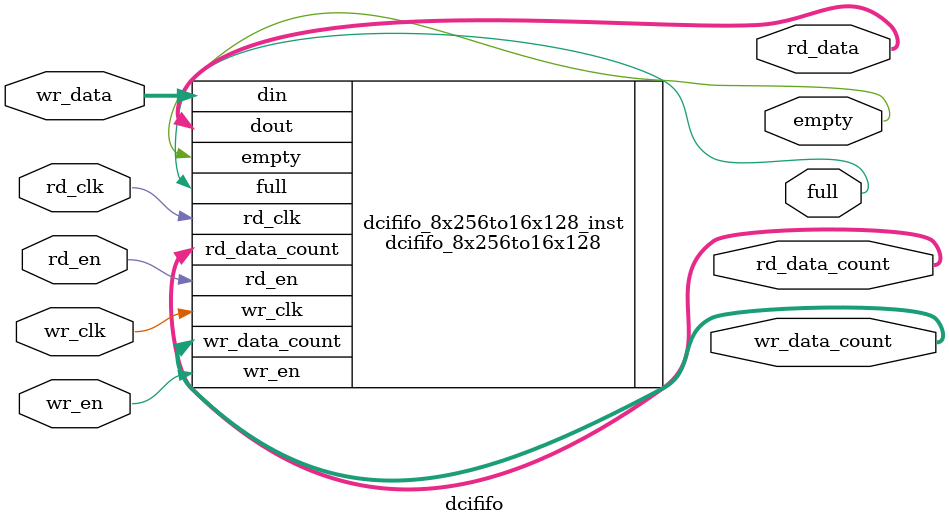
<source format=v>
`timescale 1ns / 1ps


module dcififo
(
    input  wire                         wr_clk                     ,
    input  wire                         rd_clk                     ,
    input  wire        [   7: 0]        wr_data                    ,
    input  wire                         wr_en                      ,
    input  wire                         rd_en                      ,

    output wire        [  15: 0]        rd_data                    ,
    output wire                         full                       ,
    output wire                         empty                      ,
    output wire        [   6: 0]        rd_data_count              ,
    output wire        [   7: 0]        wr_data_count               
    );


    //----------- Begin Cut here for INSTANTIATION Template ---// INST_TAG
dcififo_8x256to16x128 dcififo_8x256to16x128_inst (
    .wr_clk                             (wr_clk                    ),// input wire wr_clk
    .rd_clk                             (rd_clk                    ),// input wire rd_clk
    .din                                (wr_data                   ),// input wire [7 : 0] din
    .wr_en                              (wr_en                     ),// input wire wr_en
    .rd_en                              (rd_en                     ),// input wire rd_en
    .dout                               (rd_data                   ),// output wire [15 : 0] dout
    .full                               (full                      ),// output wire full
    .empty                              (empty                     ),// output wire empty
    .rd_data_count                      (rd_data_count             ),// output wire [6 : 0] rd_data_count
    .wr_data_count                      (wr_data_count             ) // output wire [7 : 0] wr_data_count
);
endmodule


</source>
